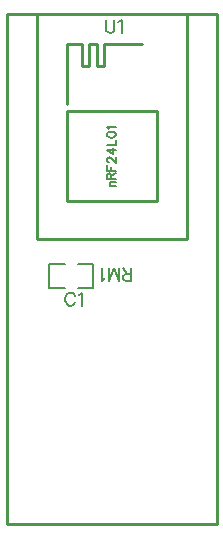
<source format=gto>
G04 Layer: TopSilkLayer*
G04 EasyEDA v6.1.52, Thu, 04 Jul 2019 13:45:13 GMT*
G04 5f4dbd749d0d43b7a9a8e441b0d7f472,88f35c52922c4fbc8d6ac25f651a04fd,10*
G04 Gerber Generator version 0.2*
G04 Scale: 100 percent, Rotated: No, Reflected: No *
G04 Dimensions in millimeters *
G04 leading zeros omitted , absolute positions ,3 integer and 3 decimal *
%FSLAX33Y33*%
%MOMM*%
G90*
G71D02*

%ADD10C,0.254000*%
%ADD16C,0.199898*%
%ADD17C,0.152400*%
%ADD18C,0.127000*%

%LPD*%
G54D10*
G01X2540Y24130D02*
G01X15240Y24130D01*
G01X2540Y24130D02*
G01X2540Y43180D01*
G01X15240Y24130D02*
G01X15240Y43180D01*
G01X2540Y43180D01*
G01X5080Y35560D02*
G01X5080Y40640D01*
G01X6350Y40640D01*
G01X6350Y38735D01*
G01X6985Y38735D01*
G01X6985Y40640D01*
G01X7620Y40640D01*
G01X7620Y38735D01*
G01X8255Y38735D01*
G01X8255Y40640D01*
G01X11430Y40640D01*
G01X5080Y27305D02*
G01X12700Y27305D01*
G01X12700Y34925D01*
G01X5080Y34925D01*
G01X5080Y27305D01*
G54D16*
G01X6015Y19920D02*
G01X7335Y19920D01*
G01X7335Y21990D01*
G01X6015Y21990D01*
G01X4883Y19920D02*
G01X3563Y19920D01*
G01X3563Y21990D01*
G01X4883Y21990D01*
G54D10*
G01X0Y0D02*
G01X17780Y0D01*
G01X17780Y0D02*
G01X17780Y43180D01*
G01X17780Y43180D02*
G01X0Y43180D01*
G01X0Y43180D02*
G01X0Y0D01*
G54D17*
G01X10541Y20586D02*
G01X10541Y21676D01*
G01X10541Y20586D02*
G01X10073Y20586D01*
G01X9918Y20637D01*
G01X9865Y20688D01*
G01X9814Y20792D01*
G01X9814Y20896D01*
G01X9865Y21000D01*
G01X9918Y21054D01*
G01X10073Y21104D01*
G01X10541Y21104D01*
G01X10177Y21104D02*
G01X9814Y21676D01*
G01X9471Y20586D02*
G01X9471Y21676D01*
G01X9471Y20586D02*
G01X9055Y21676D01*
G01X8638Y20586D02*
G01X9055Y21676D01*
G01X8638Y20586D02*
G01X8638Y21676D01*
G01X8295Y20792D02*
G01X8191Y20741D01*
G01X8036Y20586D01*
G01X8036Y21676D01*
G54D18*
G01X8717Y28575D02*
G01X9202Y28575D01*
G01X8854Y28575D02*
G01X8750Y28679D01*
G01X8717Y28747D01*
G01X8717Y28851D01*
G01X8750Y28920D01*
G01X8854Y28956D01*
G01X9202Y28956D01*
G01X8473Y29184D02*
G01X9202Y29184D01*
G01X8473Y29184D02*
G01X8473Y29497D01*
G01X8509Y29601D01*
G01X8544Y29634D01*
G01X8613Y29669D01*
G01X8681Y29669D01*
G01X8750Y29634D01*
G01X8785Y29601D01*
G01X8821Y29497D01*
G01X8821Y29184D01*
G01X8821Y29425D02*
G01X9202Y29669D01*
G01X8473Y29898D02*
G01X9202Y29898D01*
G01X8473Y29898D02*
G01X8473Y30347D01*
G01X8821Y29898D02*
G01X8821Y30175D01*
G01X8648Y30612D02*
G01X8613Y30612D01*
G01X8544Y30645D01*
G01X8509Y30680D01*
G01X8473Y30749D01*
G01X8473Y30888D01*
G01X8509Y30957D01*
G01X8544Y30993D01*
G01X8613Y31026D01*
G01X8681Y31026D01*
G01X8750Y30993D01*
G01X8854Y30924D01*
G01X9202Y30576D01*
G01X9202Y31061D01*
G01X8473Y31635D02*
G01X8958Y31290D01*
G01X8958Y31810D01*
G01X8473Y31635D02*
G01X9202Y31635D01*
G01X8473Y32039D02*
G01X9202Y32039D01*
G01X9202Y32039D02*
G01X9202Y32453D01*
G01X8473Y32890D02*
G01X8509Y32786D01*
G01X8613Y32717D01*
G01X8785Y32682D01*
G01X8890Y32682D01*
G01X9062Y32717D01*
G01X9166Y32786D01*
G01X9202Y32890D01*
G01X9202Y32959D01*
G01X9166Y33063D01*
G01X9062Y33134D01*
G01X8890Y33167D01*
G01X8785Y33167D01*
G01X8613Y33134D01*
G01X8509Y33063D01*
G01X8473Y32959D01*
G01X8473Y32890D01*
G01X8613Y33395D02*
G01X8577Y33464D01*
G01X8473Y33568D01*
G01X9202Y33568D01*
G54D17*
G01X5732Y19298D02*
G01X5679Y19403D01*
G01X5575Y19507D01*
G01X5473Y19557D01*
G01X5265Y19557D01*
G01X5161Y19507D01*
G01X5057Y19403D01*
G01X5003Y19298D01*
G01X4953Y19141D01*
G01X4953Y18882D01*
G01X5003Y18727D01*
G01X5057Y18623D01*
G01X5161Y18519D01*
G01X5265Y18465D01*
G01X5473Y18465D01*
G01X5575Y18519D01*
G01X5679Y18623D01*
G01X5732Y18727D01*
G01X6075Y19349D02*
G01X6179Y19403D01*
G01X6334Y19557D01*
G01X6334Y18465D01*
G01X8382Y42672D02*
G01X8382Y41894D01*
G01X8432Y41737D01*
G01X8536Y41633D01*
G01X8694Y41582D01*
G01X8798Y41582D01*
G01X8953Y41633D01*
G01X9057Y41737D01*
G01X9108Y41894D01*
G01X9108Y42672D01*
G01X9451Y42466D02*
G01X9555Y42517D01*
G01X9712Y42672D01*
G01X9712Y41582D01*
M00*
M02*

</source>
